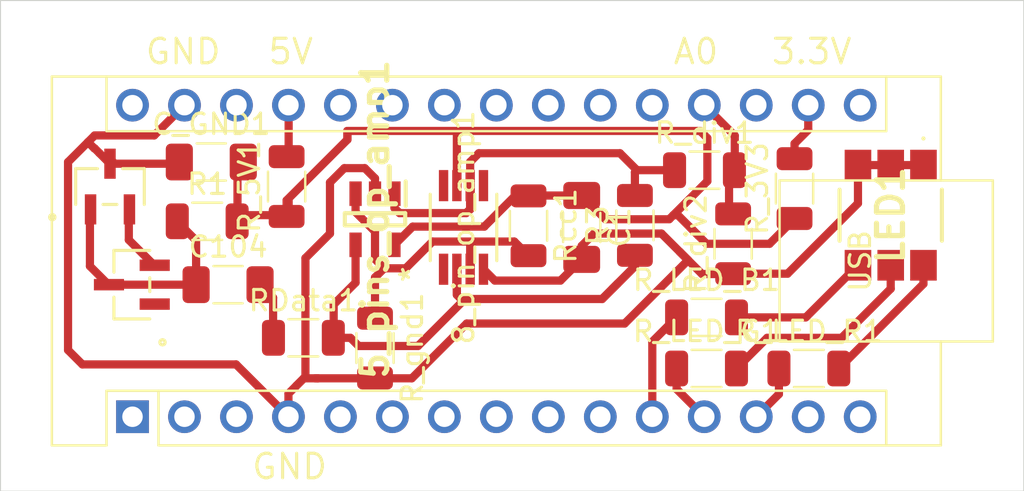
<source format=kicad_pcb>
(kicad_pcb (version 20240108) (generator "pcbnew") (generator_version "8.0")
  (layers (0 "F.Cu" signal) (31 "B.Cu" signal) (34 "B.Paste" user) (35 "F.Paste" user) (36 "B.SilkS" user "B.Silkscreen") (37 "F.SilkS" user "F.Silkscreen") (38 "B.Mask" user) (39 "F.Mask" user) (44 "Edge.Cuts" user))
  (net 0 "")
  (net 1 "Net-(Q1-C)")
  (net 3 "Net-(Q1-B)")
  (net 4 "Net-(A1-D9)")
  (net 17 "Net-(A1-D8)")
  (net 22 "Net-(A1-D10)")
  (net 26 "Net-(A1-A0)")
  (net 30 "Supply")
  (net 31 "signal")
  (net 35 "Net-(C104-Pad2)")
  (net 36 "GND")
  (net 37 "Vout")
  (net 38 "non inv")
  (net 39 "5V")
  (net 40 "3.3V")
  (net 41 "green")
  (net 42 "red")
  (net 43 "blue")
  (footprint "Capacitor_SMD:C_1206_3216Metric_Pad1.33x1.80mm_HandSolder" (layer "F.Cu") (at 37.12 63.4)
    (property "Reference" "C104" (at 0 -1.85 0) (layer "F.SilkS"))
    (property "Value" ".1uF")
    (fp_line (start -0.711252 -0.91) (end 0.711252 -0.91) (stroke (width 0.12)) (layer "F.SilkS"))
    (fp_line (start -0.711252 0.91) (end 0.711252 0.91) (stroke (width 0.12)) (layer "F.SilkS"))
    (pad "1" smd roundrect (at -1.5625 0) (size 1.325 1.8) (layers "F.Cu" "F.Paste" "F.Mask") (roundrect_rratio 0.188679) (net 1 "Net-(Q1-C)"))
    (pad "2" smd roundrect (at 1.5625 0) (size 1.325 1.8) (layers "F.Cu" "F.Paste" "F.Mask") (roundrect_rratio 0.188679) (net 35 "Net-(C104-Pad2)"))
  )
  (footprint "Resistor_SMD:R_1206_3216Metric" (layer "F.Cu") (at 57 60.5 90)
    (property "Reference" "R3" (at 0 -1.82 90) (layer "F.SilkS"))
    (property "Value" "R")
    (fp_line (start -0.727064 -0.91) (end 0.727064 -0.91) (stroke (width 0.12)) (layer "F.SilkS"))
    (fp_line (start -0.727064 0.91) (end 0.727064 0.91) (stroke (width 0.12)) (layer "F.SilkS"))
    (pad "1" smd roundrect (at -1.4625 0 90) (size 1.125 1.75) (layers "F.Cu" "F.Paste" "F.Mask") (roundrect_rratio 0.222222) (net 31 "signal"))
    (pad "2" smd roundrect (at 1.4625 0 90) (size 1.125 1.75) (layers "F.Cu" "F.Paste" "F.Mask") (roundrect_rratio 0.222222) (net 37 "Vout"))
  )
  (footprint "Capacitor_SMD:C_1206_3216Metric_Pad1.33x1.80mm_HandSolder" (layer "F.Cu") (at 54.4 60.6 -90)
    (property "Reference" "C1" (at 0 -1.85 90) (layer "F.SilkS"))
    (property "Value" ".1uF")
    (fp_line (start -0.711252 0.91) (end 0.711252 0.91) (stroke (width 0.12)) (layer "F.SilkS"))
    (fp_line (start -0.711252 -0.91) (end 0.711252 -0.91) (stroke (width 0.12)) (layer "F.SilkS"))
    (pad "1" smd roundrect (at -1.5625 0 270) (size 1.325 1.8) (layers "F.Cu" "F.Paste" "F.Mask") (roundrect_rratio 0.188679) (net 30 "Supply"))
    (pad "2" smd roundrect (at 1.5625 0 270) (size 1.325 1.8) (layers "F.Cu" "F.Paste" "F.Mask") (roundrect_rratio 0.188679) (net 36 "GND"))
  )
  (footprint "Resistor_SMD:R_1206_3216Metric" (layer "F.Cu") (at 39.98 58.6 90)
    (property "Reference" "R_5V1" (at 0 -1.82 90) (layer "F.SilkS"))
    (property "Value" "R")
    (fp_line (start -0.727064 -0.91) (end 0.727064 -0.91) (stroke (width 0.12)) (layer "F.SilkS"))
    (fp_line (start -0.727064 0.91) (end 0.727064 0.91) (stroke (width 0.12)) (layer "F.SilkS"))
    (pad "1" smd roundrect (at -1.4625 0 90) (size 1.125 1.75) (layers "F.Cu" "F.Paste" "F.Mask") (roundrect_rratio 0.222222) (net 30 "Supply"))
    (pad "2" smd roundrect (at 1.4625 0 90) (size 1.125 1.75) (layers "F.Cu" "F.Paste" "F.Mask") (roundrect_rratio 0.222222) (net 39 "5V"))
  )
  (footprint "Resistor_SMD:R_1206_3216Metric" (layer "F.Cu") (at 65.5 67.5)
    (property "Reference" "R_LED_R1" (at 0 -1.82 0) (layer "F.SilkS"))
    (property "Value" "R")
    (fp_line (start -0.727064 -0.91) (end 0.727064 -0.91) (stroke (width 0.12)) (layer "F.SilkS"))
    (fp_line (start -0.727064 0.91) (end 0.727064 0.91) (stroke (width 0.12)) (layer "F.SilkS"))
    (pad "1" smd roundrect (at -1.4625 0) (size 1.125 1.75) (layers "F.Cu" "F.Paste" "F.Mask") (roundrect_rratio 0.222222) (net 22 "Net-(A1-D10)"))
    (pad "2" smd roundrect (at 1.4625 0) (size 1.125 1.75) (layers "F.Cu" "F.Paste" "F.Mask") (roundrect_rratio 0.222222) (net 42 "red"))
  )
  (footprint "Resistor_SMD:R_1206_3216Metric" (layer "F.Cu") (at 61.8 61.4 90)
    (property "Reference" "R_div2" (at 0 -1.82 90) (layer "F.SilkS"))
    (property "Value" "R")
    (fp_line (start -0.727064 -0.91) (end 0.727064 -0.91) (stroke (width 0.12)) (layer "F.SilkS"))
    (fp_line (start -0.727064 0.91) (end 0.727064 0.91) (stroke (width 0.12)) (layer "F.SilkS"))
    (pad "1" smd roundrect (at -1.4625 0 90) (size 1.125 1.75) (layers "F.Cu" "F.Paste" "F.Mask") (roundrect_rratio 0.222222) (net 36 "GND"))
    (pad "2" smd roundrect (at 1.4625 0 90) (size 1.125 1.75) (layers "F.Cu" "F.Paste" "F.Mask") (roundrect_rratio 0.222222) (net 26 "Net-(A1-A0)"))
  )
  (footprint "Resistor_SMD:R_1206_3216Metric" (layer "F.Cu") (at 51.8 60.52 -90)
    (property "Reference" "Rcc1" (at 0 -1.82 -90) (layer "F.SilkS"))
    (property "Value" "R")
    (fp_line (start -0.727064 0.91) (end 0.727064 0.91) (stroke (width 0.12)) (layer "F.SilkS"))
    (fp_line (start -0.727064 -0.91) (end 0.727064 -0.91) (stroke (width 0.12)) (layer "F.SilkS"))
    (pad "1" smd roundrect (at -1.4625 0 270) (size 1.125 1.75) (layers "F.Cu" "F.Paste" "F.Mask") (roundrect_rratio 0.222222) (net 30 "Supply"))
    (pad "2" smd roundrect (at 1.4625 0 270) (size 1.125 1.75) (layers "F.Cu" "F.Paste" "F.Mask") (roundrect_rratio 0.222222) (net 38 "non inv"))
  )
  (footprint "op_amp_MCP6291-E/MS:MSOP8_MC_MCH" (layer "F.Cu") (at 48.625001 60.6 90)
    (property "Reference" "8_pin_op_amp1" (at 0 0 90) (layer "F.SilkS"))
    (property "Value" "MCP6L91RT-EMS")
    (fp_line (start 1.6256 -1.6256) (end -1.6256 -1.6256) (stroke (width 0.1524)) (layer "F.SilkS"))
    (fp_line (start -1.6256 1.6256) (end 1.6256 1.6256) (stroke (width 0.1524)) (layer "F.SilkS"))
    (fp_text user "*" (at -2.2987 -2.5752 -90) (layer "F.SilkS"))
    (fp_text user "*" (at -2.2987 -2.5752 90) (layer "F.SilkS"))
    (pad "1" smd rect (at -2.0447 -0.974999 90) (size 1.524 0.4572) (layers "F.Cu" "F.Paste" "F.Mask"))
    (pad "2" smd rect (at -2.0447 -0.325001 90) (size 1.524 0.4572) (layers "F.Cu" "F.Paste" "F.Mask") (net 31 "signal"))
    (pad "3" smd rect (at -2.0447 0.325001 90) (size 1.524 0.4572) (layers "F.Cu" "F.Paste" "F.Mask") (net 38 "non inv"))
    (pad "4" smd rect (at -2.0447 0.974999 90) (size 1.524 0.4572) (layers "F.Cu" "F.Paste" "F.Mask") (net 36 "GND"))
    (pad "5" smd rect (at 2.0447 0.974999 90) (size 1.524 0.4572) (layers "F.Cu" "F.Paste" "F.Mask"))
    (pad "6" smd rect (at 2.0447 0.325001 90) (size 1.524 0.4572) (layers "F.Cu" "F.Paste" "F.Mask") (net 37 "Vout"))
    (pad "7" smd rect (at 2.0447 -0.325001 90) (size 1.524 0.4572) (layers "F.Cu" "F.Paste" "F.Mask") (net 30 "Supply"))
    (pad "8" smd rect (at 2.0447 -0.974999 90) (size 1.524 0.4572) (layers "F.Cu" "F.Paste" "F.Mask"))
  )
  (footprint "Resistor_SMD:R_1206_3216Metric" (layer "F.Cu") (at 60.5 65)
    (property "Reference" "R_LED_B1" (at 0 -1.82 0) (layer "F.SilkS"))
    (property "Value" "R")
    (fp_line (start -0.727064 -0.91) (end 0.727064 -0.91) (stroke (width 0.12)) (layer "F.SilkS"))
    (fp_line (start -0.727064 0.91) (end 0.727064 0.91) (stroke (width 0.12)) (layer "F.SilkS"))
    (pad "1" smd roundrect (at -1.4625 0) (size 1.125 1.75) (layers "F.Cu" "F.Paste" "F.Mask") (roundrect_rratio 0.222222) (net 17 "Net-(A1-D8)"))
    (pad "2" smd roundrect (at 1.4625 0) (size 1.125 1.75) (layers "F.Cu" "F.Paste" "F.Mask") (roundrect_rratio 0.222222) (net 43 "blue"))
  )
  (footprint "Resistor_SMD:R_1206_3216Metric" (layer "F.Cu") (at 64.8 58.7 90)
    (property "Reference" "R_3V3" (at 0 -1.82 90) (layer "F.SilkS"))
    (property "Value" "R")
    (fp_line (start -0.727064 -0.91) (end 0.727064 -0.91) (stroke (width 0.12)) (layer "F.SilkS"))
    (fp_line (start -0.727064 0.91) (end 0.727064 0.91) (stroke (width 0.12)) (layer "F.SilkS"))
    (pad "1" smd roundrect (at -1.4625 0 90) (size 1.125 1.75) (layers "F.Cu" "F.Paste" "F.Mask") (roundrect_rratio 0.222222) (net 30 "Supply"))
    (pad "2" smd roundrect (at 1.4625 0 90) (size 1.125 1.75) (layers "F.Cu" "F.Paste" "F.Mask") (roundrect_rratio 0.222222) (net 40 "3.3V"))
  )
  (footprint "Capacitor_SMD:C_1206_3216Metric_Pad1.33x1.80mm_HandSolder" (layer "F.Cu") (at 36.3 57.4)
    (property "Reference" "C_GND1" (at 0 -1.85 0) (layer "F.SilkS"))
    (property "Value" ".1uF")
    (fp_line (start -0.711252 -0.91) (end 0.711252 -0.91) (stroke (width 0.12)) (layer "F.SilkS"))
    (fp_line (start -0.711252 0.91) (end 0.711252 0.91) (stroke (width 0.12)) (layer "F.SilkS"))
    (pad "1" smd roundrect (at -1.5625 0) (size 1.325 1.8) (layers "F.Cu" "F.Paste" "F.Mask") (roundrect_rratio 0.188679) (net 36 "GND"))
    (pad "2" smd roundrect (at 1.5625 0) (size 1.325 1.8) (layers "F.Cu" "F.Paste" "F.Mask") (roundrect_rratio 0.188679) (net 30 "Supply"))
  )
  (footprint "Resistor_SMD:R_1206_3216Metric" (layer "F.Cu") (at 44.3 66.5 -90)
    (property "Reference" "R_gnd1" (at 0 -1.82 -90) (layer "F.SilkS"))
    (property "Value" "R")
    (fp_line (start -0.727064 0.91) (end 0.727064 0.91) (stroke (width 0.12)) (layer "F.SilkS"))
    (fp_line (start -0.727064 -0.91) (end 0.727064 -0.91) (stroke (width 0.12)) (layer "F.SilkS"))
    (pad "1" smd roundrect (at -1.4625 0 270) (size 1.125 1.75) (layers "F.Cu" "F.Paste" "F.Mask") (roundrect_rratio 0.222222) (net 38 "non inv"))
    (pad "2" smd roundrect (at 1.4625 0 270) (size 1.125 1.75) (layers "F.Cu" "F.Paste" "F.Mask") (roundrect_rratio 0.222222) (net 36 "GND"))
  )
  (footprint "Resistor_SMD:R_1206_3216Metric" (layer "F.Cu") (at 60.5 67.5)
    (property "Reference" "R_LED_G1" (at 0 -1.82 0) (layer "F.SilkS"))
    (property "Value" "R")
    (fp_line (start -0.727064 -0.91) (end 0.727064 -0.91) (stroke (width 0.12)) (layer "F.SilkS"))
    (fp_line (start -0.727064 0.91) (end 0.727064 0.91) (stroke (width 0.12)) (layer "F.SilkS"))
    (pad "1" smd roundrect (at -1.4625 0) (size 1.125 1.75) (layers "F.Cu" "F.Paste" "F.Mask") (roundrect_rratio 0.222222) (net 4 "Net-(A1-D9)"))
    (pad "2" smd roundrect (at 1.4625 0) (size 1.125 1.75) (layers "F.Cu" "F.Paste" "F.Mask") (roundrect_rratio 0.222222) (net 41 "green"))
  )
  (footprint "Resistor_SMD:R_1206_3216Metric" (layer "F.Cu") (at 36.1 60.3)
    (property "Reference" "R1" (at 0 -1.82 0) (layer "F.SilkS"))
    (property "Value" "R")
    (fp_line (start -0.727064 -0.91) (end 0.727064 -0.91) (stroke (width 0.12)) (layer "F.SilkS"))
    (fp_line (start -0.727064 0.91) (end 0.727064 0.91) (stroke (width 0.12)) (layer "F.SilkS"))
    (pad "1" smd roundrect (at -1.4625 0) (size 1.125 1.75) (layers "F.Cu" "F.Paste" "F.Mask") (roundrect_rratio 0.222222) (net 1 "Net-(Q1-C)"))
    (pad "2" smd roundrect (at 1.4625 0) (size 1.125 1.75) (layers "F.Cu" "F.Paste" "F.Mask") (roundrect_rratio 0.222222) (net 30 "Supply"))
  )
  (footprint "op_amp_MCP6291T-E/OT:SOT95P280X145-5N" (layer "F.Cu") (at 44.3 60.2 -90)
    (property "Reference" "5_pins_op_amp1" (at 0 0 90) (layer "F.SilkS") (effects (font (size 1.27 1.27) (thickness 0.254))))
    (property "Value" "MCP6291T-E_OT" (hide yes))
    (fp_line (start -0.3 1.475) (end -0.3 -1.475) (stroke (width 0.2)) (layer "F.SilkS"))
    (fp_line (start 0.3 1.475) (end -0.3 1.475) (stroke (width 0.2)) (layer "F.SilkS"))
    (fp_line (start -0.3 -1.475) (end 0.3 -1.475) (stroke (width 0.2)) (layer "F.SilkS"))
    (fp_line (start 0.3 -1.475) (end 0.3 1.475) (stroke (width 0.2)) (layer "F.SilkS"))
    (fp_line (start -1.85 -1.5) (end -0.65 -1.5) (stroke (width 0.2)) (layer "F.SilkS"))
    (pad "1" smd rect (at -1.25 -0.95) (size 0.6 1.2) (layers "F.Cu" "F.Paste" "F.Mask") (net 37 "Vout"))
    (pad "2" smd rect (at -1.25 0) (size 0.6 1.2) (layers "F.Cu" "F.Paste" "F.Mask") (net 36 "GND"))
    (pad "3" smd rect (at -1.25 0.95) (size 0.6 1.2) (layers "F.Cu" "F.Paste" "F.Mask") (net 38 "non inv"))
    (pad "4" smd rect (at 1.25 0.95) (size 0.6 1.2) (layers "F.Cu" "F.Paste" "F.Mask") (net 31 "signal"))
    (pad "5" smd rect (at 1.25 -0.95) (size 0.6 1.2) (layers "F.Cu" "F.Paste" "F.Mask") (net 30 "Supply"))
  )
  (footprint "Resistor_SMD:R_1206_3216Metric" (layer "F.Cu") (at 40.8 66)
    (property "Reference" "RData1" (at 0 -1.82 0) (layer "F.SilkS"))
    (property "Value" "R")
    (fp_line (start -0.727064 -0.91) (end 0.727064 -0.91) (stroke (width 0.12)) (layer "F.SilkS"))
    (fp_line (start -0.727064 0.91) (end 0.727064 0.91) (stroke (width 0.12)) (layer "F.SilkS"))
    (pad "1" smd roundrect (at -1.4625 0) (size 1.125 1.75) (layers "F.Cu" "F.Paste" "F.Mask") (roundrect_rratio 0.222222) (net 35 "Net-(C104-Pad2)"))
    (pad "2" smd roundrect (at 1.4625 0) (size 1.125 1.75) (layers "F.Cu" "F.Paste" "F.Mask") (roundrect_rratio 0.222222) (net 31 "signal"))
  )
  (footprint "2SC3356:SOT-23_MINIMOLD_REN" (layer "F.Cu") (at 31.349999 58.6)
    (property "Reference" "Q3" (hide yes))
    (property "Value" "2SC3356" (hide yes))
    (fp_line (start -1.6764 -0.8763) (end -1.6764 0.8763) (stroke (width 0.1524)) (layer "F.SilkS"))
    (fp_line (start -0.61214 -0.8763) (end -1.6764 -0.8763) (stroke (width 0.1524)) (layer "F.SilkS"))
    (fp_line (start -0.337861 0.8763) (end 0.337861 0.8763) (stroke (width 0.1524)) (layer "F.SilkS"))
    (fp_line (start 1.6764 -0.8763) (end 0.61214 -0.8763) (stroke (width 0.1524)) (layer "F.SilkS"))
    (fp_line (start 1.6764 0.8763) (end 1.6764 -0.8763) (stroke (width 0.1524)) (layer "F.SilkS"))
    (fp_circle (center -2.8194 1.4986) (end -2.6924 1.4986) (stroke (width 0.1524)) (fill none) (layer "F.SilkS"))
    (pad "1" smd rect (at -0.950001 1.1176) (size 0.5588 1.4732) (layers "F.Cu" "F.Paste" "F.Mask") (net 1 "Net-(Q1-C)"))
    (pad "2" smd rect (at 0.950001 1.1176) (size 0.5588 1.4732) (layers "F.Cu" "F.Paste" "F.Mask") (net 3 "Net-(Q1-B)"))
    (pad "3" smd rect (at 0 -1.1176) (size 0.5588 1.4732) (layers "F.Cu" "F.Paste" "F.Mask") (net 36 "GND"))
  )
  (footprint "Module:Arduino_Nano" (layer "F.Cu") (at 32.45 69.86 90)
    (property "Reference" "A1" (hide yes))
    (property "Value" "Arduino_Nano_Every" (hide yes))
    (fp_line (start 16.64 -3.94) (end -1.4 -3.94) (stroke (width 0.12)) (layer "F.SilkS"))
    (fp_line (start -1.4 -3.94) (end -1.4 -1.27) (stroke (width 0.12)) (layer "F.SilkS"))
    (fp_line (start 13.97 -1.27) (end 16.64 -1.27) (stroke (width 0.12)) (layer "F.SilkS"))
    (fp_line (start 13.97 -1.27) (end 13.97 36.83) (stroke (width 0.12)) (layer "F.SilkS"))
    (fp_line (start 1.27 -1.27) (end -1.4 -1.27) (stroke (width 0.12)) (layer "F.SilkS"))
    (fp_line (start 1.27 1.27) (end 1.27 -1.27) (stroke (width 0.12)) (layer "F.SilkS"))
    (fp_line (start 1.27 1.27) (end -1.4 1.27) (stroke (width 0.12)) (layer "F.SilkS"))
    (fp_line (start 1.27 1.27) (end 1.27 36.83) (stroke (width 0.12)) (layer "F.SilkS"))
    (fp_line (start -1.4 1.27) (end -1.4 39.5) (stroke (width 0.12)) (layer "F.SilkS"))
    (fp_line (start 11.56 31.62) (end 11.56 42.04) (stroke (width 0.12)) (layer "F.SilkS"))
    (fp_line (start 3.68 31.62) (end 11.56 31.62) (stroke (width 0.12)) (layer "F.SilkS"))
    (fp_line (start 13.97 36.83) (end 16.64 36.83) (stroke (width 0.12)) (layer "F.SilkS"))
    (fp_line (start 1.27 36.83) (end -1.4 36.83) (stroke (width 0.12)) (layer "F.SilkS"))
    (fp_line (start 16.64 39.5) (end 16.64 -3.94) (stroke (width 0.12)) (layer "F.SilkS"))
    (fp_line (start 16.64 39.5) (end 11.56 39.5) (stroke (width 0.12)) (layer "F.SilkS"))
    (fp_line (start -1.4 39.5) (end 3.68 39.5) (stroke (width 0.12)) (layer "F.SilkS"))
    (fp_line (start 11.56 42.04) (end 3.68 42.04) (stroke (width 0.12)) (layer "F.SilkS"))
    (fp_line (start 3.68 42.04) (end 3.68 31.62) (stroke (width 0.12)) (layer "F.SilkS"))
    (fp_text user "USB" (at 7.62 35.56 90) (layer "F.SilkS"))
    (pad "1" thru_hole rect (at 0 0 90) (size 1.6 1.6) (drill 1) (layers "*.Cu" "*.Mask"))
    (pad "2" thru_hole oval (at 0 2.54 90) (size 1.6 1.6) (drill 1) (layers "*.Cu" "*.Mask"))
    (pad "3" thru_hole oval (at 0 5.08 90) (size 1.6 1.6) (drill 1) (layers "*.Cu" "*.Mask"))
    (pad "4" thru_hole oval (at 0 7.62 90) (size 1.6 1.6) (drill 1) (layers "*.Cu" "*.Mask") (net 36 "GND"))
    (pad "5" thru_hole oval (at 0 10.16 90) (size 1.6 1.6) (drill 1) (layers "*.Cu" "*.Mask"))
    (pad "6" thru_hole oval (at 0 12.7 90) (size 1.6 1.6) (drill 1) (layers "*.Cu" "*.Mask"))
    (pad "7" thru_hole oval (at 0 15.24 90) (size 1.6 1.6) (drill 1) (layers "*.Cu" "*.Mask"))
    (pad "8" thru_hole oval (at 0 17.78 90) (size 1.6 1.6) (drill 1) (layers "*.Cu" "*.Mask"))
    (pad "9" thru_hole oval (at 0 20.32 90) (size 1.6 1.6) (drill 1) (layers "*.Cu" "*.Mask"))
    (pad "10" thru_hole oval (at 0 22.86 90) (size 1.6 1.6) (drill 1) (layers "*.Cu" "*.Mask"))
    (pad "11" thru_hole oval (at 0 25.4 90) (size 1.6 1.6) (drill 1) (layers "*.Cu" "*.Mask") (net 17 "Net-(A1-D8)"))
    (pad "12" thru_hole oval (at 0 27.94 90) (size 1.6 1.6) (drill 1) (layers "*.Cu" "*.Mask") (net 4 "Net-(A1-D9)"))
    (pad "13" thru_hole oval (at 0 30.48 90) (size 1.6 1.6) (drill 1) (layers "*.Cu" "*.Mask") (net 22 "Net-(A1-D10)"))
    (pad "14" thru_hole oval (at 0 33.02 90) (size 1.6 1.6) (drill 1) (layers "*.Cu" "*.Mask"))
    (pad "15" thru_hole oval (at 0 35.56 90) (size 1.6 1.6) (drill 1) (layers "*.Cu" "*.Mask"))
    (pad "16" thru_hole oval (at 15.24 35.56 90) (size 1.6 1.6) (drill 1) (layers "*.Cu" "*.Mask"))
    (pad "17" thru_hole oval (at 15.24 33.02 90) (size 1.6 1.6) (drill 1) (layers "*.Cu" "*.Mask") (net 40 "3.3V"))
    (pad "18" thru_hole oval (at 15.24 30.48 90) (size 1.6 1.6) (drill 1) (layers "*.Cu" "*.Mask"))
    (pad "19" thru_hole oval (at 15.24 27.94 90) (size 1.6 1.6) (drill 1) (layers "*.Cu" "*.Mask") (net 26 "Net-(A1-A0)"))
    (pad "20" thru_hole oval (at 15.24 25.4 90) (size 1.6 1.6) (drill 1) (layers "*.Cu" "*.Mask"))
    (pad "21" thru_hole oval (at 15.24 22.86 90) (size 1.6 1.6) (drill 1) (layers "*.Cu" "*.Mask"))
    (pad "22" thru_hole oval (at 15.24 20.32 90) (size 1.6 1.6) (drill 1) (layers "*.Cu" "*.Mask"))
    (pad "23" thru_hole oval (at 15.24 17.78 90) (size 1.6 1.6) (drill 1) (layers "*.Cu" "*.Mask"))
    (pad "24" thru_hole oval (at 15.24 15.24 90) (size 1.6 1.6) (drill 1) (layers "*.Cu" "*.Mask"))
    (pad "25" thru_hole oval (at 15.24 12.7 90) (size 1.6 1.6) (drill 1) (layers "*.Cu" "*.Mask"))
    (pad "26" thru_hole oval (at 15.24 10.16 90) (size 1.6 1.6) (drill 1) (layers "*.Cu" "*.Mask"))
    (pad "27" thru_hole oval (at 15.24 7.62 90) (size 1.6 1.6) (drill 1) (layers "*.Cu" "*.Mask") (net 39 "5V"))
    (pad "28" thru_hole oval (at 15.24 5.08 90) (size 1.6 1.6) (drill 1) (layers "*.Cu" "*.Mask"))
    (pad "29" thru_hole oval (at 15.24 2.54 90) (size 1.6 1.6) (drill 1) (layers "*.Cu" "*.Mask") (net 36 "GND"))
    (pad "30" thru_hole oval (at 15.24 0 90) (size 1.6 1.6) (drill 1) (layers "*.Cu" "*.Mask"))
  )
  (footprint "2SC3356:SOT-23_MINIMOLD_REN" (layer "F.Cu") (at 32.4176 63.4 90)
    (property "Reference" "Q1" (hide yes))
    (property "Value" "2SC3356" (hide yes))
    (fp_line (start 1.6764 -0.8763) (end 0.61214 -0.8763) (stroke (width 0.1524)) (layer "F.SilkS"))
    (fp_line (start -0.61214 -0.8763) (end -1.6764 -0.8763) (stroke (width 0.1524)) (layer "F.SilkS"))
    (fp_line (start -1.6764 -0.8763) (end -1.6764 0.8763) (stroke (width 0.1524)) (layer "F.SilkS"))
    (fp_line (start 1.6764 0.8763) (end 1.6764 -0.8763) (stroke (width 0.1524)) (layer "F.SilkS"))
    (fp_line (start -0.337861 0.8763) (end 0.337861 0.8763) (stroke (width 0.1524)) (layer "F.SilkS"))
    (fp_circle (center -2.8194 1.4986) (end -2.6924 1.4986) (stroke (width 0.1524)) (fill none) (layer "F.SilkS"))
    (pad "1" smd rect (at -0.950001 1.1176 90) (size 0.5588 1.4732) (layers "F.Cu" "F.Paste" "F.Mask"))
    (pad "2" smd rect (at 0.950001 1.1176 90) (size 0.5588 1.4732) (layers "F.Cu" "F.Paste" "F.Mask") (net 3 "Net-(Q1-B)"))
    (pad "3" smd rect (at 0 -1.1176 90) (size 0.5588 1.4732) (layers "F.Cu" "F.Paste" "F.Mask") (net 1 "Net-(Q1-C)"))
  )
  (footprint "Resistor_SMD:R_1206_3216Metric" (layer "F.Cu") (at 60.4 57.8)
    (property "Reference" "R_div1" (at 0 -1.82 0) (layer "F.SilkS"))
    (property "Value" "R")
    (fp_line (start -0.727064 -0.91) (end 0.727064 -0.91) (stroke (width 0.12)) (layer "F.SilkS"))
    (fp_line (start -0.727064 0.91) (end 0.727064 0.91) (stroke (width 0.12)) (layer "F.SilkS"))
    (pad "1" smd roundrect (at -1.4625 0) (size 1.125 1.75) (layers "F.Cu" "F.Paste" "F.Mask") (roundrect_rratio 0.222222) (net 37 "Vout"))
    (pad "2" smd roundrect (at 1.4625 0) (size 1.125 1.75) (layers "F.Cu" "F.Paste" "F.Mask") (roundrect_rratio 0.222222) (net 26 "Net-(A1-A0)"))
  )
  (footprint "MP008253:MP008253" (layer "F.Cu") (at 69.5 60 -90)
    (property "Reference" "LED1" (at 0 0 90) (layer "F.SilkS") (effects (font (size 1.27 1.27) (thickness 0.254))))
    (property "Value" "MP008253" (hide yes))
    (fp_line (start -1.25 2.5) (end 1.25 2.5) (stroke (width 0.2)) (layer "F.SilkS"))
    (fp_line (start -3.8 -1.6) (end -3.8 -1.6) (stroke (width 0.1)) (layer "F.SilkS"))
    (fp_line (start -3.7 -1.6) (end -3.7 -1.6) (stroke (width 0.1)) (layer "F.SilkS"))
    (fp_line (start -1.25 -2.5) (end 1.25 -2.5) (stroke (width 0.2)) (layer "F.SilkS"))
    (fp_arc (start -3.8 -1.6) (mid -3.75 -1.65) (end -3.7 -1.6) (stroke (width 0.1)) (layer "F.SilkS"))
    (fp_arc (start -3.7 -1.6) (mid -3.75 -1.55) (end -3.8 -1.6) (stroke (width 0.1)) (layer "F.SilkS"))
    (pad "1" smd rect (at -2.45 -1.6) (size 1.3 1.5) (layers "F.Cu" "F.Paste" "F.Mask") (net 36 "GND"))
    (pad "2" smd rect (at 2.45 -1.6) (size 1.3 1.5) (layers "F.Cu" "F.Paste" "F.Mask") (net 42 "red"))
    (pad "3" smd rect (at -2.45 0) (size 1.3 1.5) (layers "F.Cu" "F.Paste" "F.Mask") (net 36 "GND"))
    (pad "4" smd rect (at 2.45 0) (size 1.3 1.5) (layers "F.Cu" "F.Paste" "F.Mask") (net 41 "green"))
    (pad "5" smd rect (at -2.45 1.6) (size 1.3 1.5) (layers "F.Cu" "F.Paste" "F.Mask") (net 36 "GND"))
    (pad "6" smd rect (at 2.45 1.6) (size 1.3 1.5) (layers "F.Cu" "F.Paste" "F.Mask") (net 43 "blue"))
  )
  (gr_rect (start 26 49.5) (end 76 73.5) (stroke (width 0.05)) (fill none) (layer "Edge.Cuts"))
  (gr_text "5V" (at 39 52.7 0) (layer "F.SilkS") (effects (font (size 1.2 1.2)) (justify left bottom)))
  (gr_text "3.3V" (at 63.6 52.7 0) (layer "F.SilkS") (effects (font (size 1.2 1.2)) (justify left bottom)))
  (gr_text "GND" (at 33 52.7 0) (layer "F.SilkS") (effects (font (size 1.2 1.2)) (justify left bottom)))
  (gr_text "A0" (at 58.8 52.7 0) (layer "F.SilkS") (effects (font (size 1.2 1.2)) (justify left bottom)))
  (gr_text "GND" (at 38.2 73 0) (layer "F.SilkS") (effects (font (size 1.2 1.2)) (justify left bottom)))
  (segment (start 30.369999 62.496099) (end 31.2024 63.3285) (width 0.4) (layer "F.Cu") (net 1))
  (segment (start 30.369999 59.8176) (end 30.369999 62.496099) (width 0.4) (layer "F.Cu") (net 1))
  (segment (start 31.2739 63.4) (end 31.2024 63.3285) (width 0.4) (layer "F.Cu") (net 1))
  (segment (start 34.62 60.3) (end 35.5575 61.2375) (width 0.4) (layer "F.Cu") (net 1))
  (segment (start 35.5575 63.4) (end 31.2739 63.4) (width 0.4) (layer "F.Cu") (net 1))
  (segment (start 35.5575 61.2375) (end 35.5575 63.4) (width 0.4) (layer "F.Cu") (net 1))
  (segment (start 32.270001 61.2109) (end 33.4376 62.378499) (width 0.4) (layer "F.Cu") (net 3))
  (segment (start 32.270001 59.8176) (end 32.270001 61.2109) (width 0.4) (layer "F.Cu") (net 3))
  (segment (start 59.0375 68.5075) (end 60.39 69.86) (width 0.4) (layer "F.Cu") (net 4))
  (segment (start 59.0375 67.5) (end 59.0375 68.5075) (width 0.4) (layer "F.Cu") (net 4))
  (segment (start 59.0375 65) (end 57.85 66.1875) (width 0.4) (layer "F.Cu") (net 17))
  (segment (start 57.85 66.1875) (end 57.85 69.86) (width 0.4) (layer "F.Cu") (net 17))
  (segment (start 64.0375 68.7525) (end 62.93 69.86) (width 0.4) (layer "F.Cu") (net 22))
  (segment (start 64.0375 67.5) (end 64.0375 68.7525) (width 0.4) (layer "F.Cu") (net 22))
  (segment (start 61.6 59.92) (end 61.6 58.08) (width 0.4) (layer "F.Cu") (net 26))
  (segment (start 61.88 56.11) (end 60.39 54.62) (width 0.4) (layer "F.Cu") (net 26))
  (segment (start 61.88 57.8) (end 61.88 56.11) (width 0.4) (layer "F.Cu") (net 26))
  (segment (start 61.6 58.08) (end 61.88 57.8) (width 0.4) (layer "F.Cu") (net 26))
  (segment (start 46.14 60.56) (end 49.64 60.56) (width 0.4) (layer "F.Cu") (net 30))
  (segment (start 54.4 59.0375) (end 55.5625 60.2) (width 0.4) (layer "F.Cu") (net 30))
  (segment (start 48.31 55.88) (end 60.19 55.88) (width 0.4) (layer "F.Cu") (net 30))
  (segment (start 63.58 61.4) (end 64.8 60.18) (width 0.4) (layer "F.Cu") (net 30))
  (segment (start 60.5 61.4) (end 63.58 61.4) (width 0.4) (layer "F.Cu") (net 30))
  (segment (start 55.0625 59.0375) (end 54.4 59.0375) (width 0.4) (layer "F.Cu") (net 30))
  (segment (start 37.58 60.3) (end 37.58 57.6825) (width 0.4) (layer "F.Cu") (net 30))
  (segment (start 48.3 58.5553) (end 48.3 55.89) (width 0.4) (layer "F.Cu") (net 30))
  (segment (start 42.9464 55.88) (end 48.31 55.88) (width 0.4) (layer "F.Cu") (net 30))
  (segment (start 42.9564 55.89) (end 42.9564 56.3) (width 0.4) (layer "F.Cu") (net 30))
  (segment (start 60.54 56.23) (end 60.54 58.3364) (width 0.4) (layer "F.Cu") (net 30))
  (segment (start 40 60) (end 37.88 60) (width 0.4) (layer "F.Cu") (net 30))
  (segment (start 60.1 61) (end 59.1 60) (width 0.4) (layer "F.Cu") (net 30))
  (segment (start 45.25 61.45) (end 46.14 60.56) (width 0.4) (layer "F.Cu") (net 30))
  (segment (start 59.1 60) (end 58.8764 60) (width 0.4) (layer "F.Cu") (net 30))
  (segment (start 51.8 59.04) (end 54.3975 59.04) (width 0.4) (layer "F.Cu") (net 30))
  (segment (start 54.3975 59.04) (end 54.4 59.0375) (width 0.4) (layer "F.Cu") (net 30))
  (segment (start 39.98 59.2764) (end 42.9464 56.31) (width 0.4) (layer "F.Cu") (net 30))
  (segment (start 42.9464 55.88) (end 42.9564 55.89) (width 0.4) (layer "F.Cu") (net 30))
  (segment (start 48.3 55.89) (end 48.31 55.88) (width 0.4) (layer "F.Cu") (net 30))
  (segment (start 51.1625 59.0375) (end 49.645 60.555) (width 0.4) (layer "F.Cu") (net 30))
  (segment (start 39.98 59.7) (end 39.98 59.2764) (width 0.4) (layer "F.Cu") (net 30))
  (segment (start 40.08 59.3) (end 40.08 60.08) (width 0.4) (layer "F.Cu") (net 30))
  (segment (start 54.4 59.0375) (end 53.7625 59.0375) (width 0.4) (layer "F.Cu") (net 30))
  (segment (start 37.58 57.6825) (end 37.8625 57.4) (width 0.4) (layer "F.Cu") (net 30))
  (segment (start 60.19 55.88) (end 60.54 56.23) (width 0.4) (layer "F.Cu") (net 30))
  (segment (start 59.7 60.6) (end 60.1 61) (width 0.4) (layer "F.Cu") (net 30))
  (segment (start 40.08 60.08) (end 40 60) (width 0.4) (layer "F.Cu") (net 30))
  (segment (start 58.6764 60.2) (end 58.8764 60) (width 0.4) (layer "F.Cu") (net 30))
  (segment (start 49.64 60.56) (end 49.645 60.555) (width 0.4) (layer "F.Cu") (net 30))
  (segment (start 60.54 58.3364) (end 58.8764 60) (width 0.4) (layer "F.Cu") (net 30))
  (segment (start 42.9464 56.31) (end 42.9464 55.88) (width 0.4) (layer "F.Cu") (net 30))
  (segment (start 55.5625 60.2) (end 58.6764 60.2) (width 0.4) (layer "F.Cu") (net 30))
  (segment (start 60.1 61) (end 60.5 61.4) (width 0.4) (layer "F.Cu") (net 30))
  (segment (start 37.88 60) (end 37.58 60.3) (width 0.4) (layer "F.Cu") (net 30))
  (segment (start 48.6 64.2) (end 46.4 66.4) (width 0.4) (layer "F.Cu") (net 31))
  (segment (start 48.3 63.9) (end 48.6 64.2) (width 0.4) (layer "F.Cu") (net 31))
  (segment (start 57 62.5) (end 55.4 64.1) (width 0.4) (layer "F.Cu") (net 31))
  (segment (start 48.3 62.6447) (end 48.3 63.9) (width 0.4) (layer "F.Cu") (net 31))
  (segment (start 46.4 66.4) (end 43.5 66.4) (width 0.4) (layer "F.Cu") (net 31))
  (segment (start 43.35 63.3) (end 43.35 61.45) (width 0.4) (layer "F.Cu") (net 31))
  (segment (start 55.4 64.1) (end 48.5 64.1) (width 0.4) (layer "F.Cu") (net 31))
  (segment (start 56.15 63.35) (end 55.9 63.6) (width 0.4) (layer "F.Cu") (net 31))
  (segment (start 48.5 64.1) (end 48.6 64.2) (width 0.4) (layer "F.Cu") (net 31))
  (segment (start 43.1 66) (end 42.28 66) (width 0.4) (layer "F.Cu") (net 31))
  (segment (start 42.28 64.37) (end 43.35 63.3) (width 0.4) (layer "F.Cu") (net 31))
  (segment (start 56.9 62.6) (end 56.15 63.35) (width 0.4) (layer "F.Cu") (net 31))
  (segment (start 42.28 66) (end 42.28 64.37) (width 0.4) (layer "F.Cu") (net 31))
  (segment (start 56.15 63.35) (end 55.4 64.1) (width 0.4) (layer "F.Cu") (net 31))
  (segment (start 48.3 62.6447) (end 48.3 63.8067) (width 0.4) (layer "F.Cu") (net 31))
  (segment (start 43.5 66.4) (end 43.1 66) (width 0.4) (layer "F.Cu") (net 31))
  (segment (start 57 61.98) (end 57 62.5) (width 0.4) (layer "F.Cu") (net 31))
  (segment (start 39.32 64.0375) (end 38.6825 63.4) (width 0.4) (layer "F.Cu") (net 35))
  (segment (start 39.32 66) (end 39.32 64.0375) (width 0.4) (layer "F.Cu") (net 35))
  (segment (start 40.07 68.73) (end 40.45 68.35) (width 0.4) (layer "F.Cu") (net 36))
  (segment (start 40.07 69.86) (end 40.07 68.73) (width 0.4) (layer "F.Cu") (net 36))
  (segment (start 50.1553 63.2) (end 53.3625 63.2) (width 0.4) (layer "F.Cu") (net 36))
  (segment (start 59.595 62.205) (end 56.5 65.3) (width 0.4) (layer "F.Cu") (net 36))
  (segment (start 49.6 62.6447) (end 50.1553 63.2) (width 0.4) (layer "F.Cu") (net 36))
  (segment (start 69.5 57.55) (end 71.1 57.55) (width 0.4) (layer "F.Cu") (net 36))
  (segment (start 42.1 58.4) (end 42.1 60.9) (width 0.4) (layer "F.Cu") (net 36))
  (segment (start 67.9 59.4218) (end 64.4593 62.8625) (width 0.4) (layer "F.Cu") (net 36))
  (segment (start 59.2 61.8) (end 60.28 62.88) (width 0.4) (layer "F.Cu") (net 36))
  (segment (start 54.4 62.1625) (end 54.4 61.5) (width 0.4) (layer "F.Cu") (net 36))
  (segment (start 40.82 67.98) (end 40.45 68.35) (width 0.4) (layer "F.Cu") (net 36))
  (segment (start 41.5 67.98) (end 40.82 67.98) (width 0.4) (layer "F.Cu") (net 36))
  (segment (start 58.3 60.9) (end 59.2 61.8) (width 0.4) (layer "F.Cu") (net 36))
  (segment (start 29.3 66.6) (end 30 67.3) (width 0.4) (layer "F.Cu") (net 36))
  (segment (start 40.9 67.9) (end 40.82 67.98) (width 0.4) (layer "F.Cu") (net 36))
  (segment (start 30.6 56.1) (end 30.275 56.425) (width 0.4) (layer "F.Cu") (net 36))
  (segment (start 37.51 67.3) (end 40.07 69.86) (width 0.4) (layer "F.Cu") (net 36))
  (segment (start 53.3625 63.2) (end 54.4 62.1625) (width 0.4) (layer "F.Cu") (net 36))
  (segment (start 30.275 56.425) (end 29.3 57.4) (width 0.4) (layer "F.Cu") (net 36))
  (segment (start 60.28 62.88) (end 61.8 62.88) (width 0.4) (layer "F.Cu") (net 36))
  (segment (start 31.5024 57.4) (end 31.32 57.5824) (width 0.4) (layer "F.Cu") (net 36))
  (segment (start 30.6 56.732401) (end 30.833799 56.966201) (width 0.4) (layer "F.Cu") (net 36))
  (segment (start 59.2 61.8) (end 59.595 62.195) (width 0.4) (layer "F.Cu") (net 36))
  (segment (start 30.6 56.732401) (end 30.582401 56.732401) (width 0.4) (layer "F.Cu") (net 36))
  (segment (start 40.45 68.35) (end 40.8 68) (width 0.4) (layer "F.Cu") (net 36))
  (segment (start 44.3 58.2) (end 43.8 57.7) (width 0.4) (layer "F.Cu") (net 36))
  (segment (start 42.8 57.7) (end 42.1 58.4) (width 0.4) (layer "F.Cu") (net 36))
  (segment (start 29.3 57.4) (end 29.3 66.6) (width 0.4) (layer "F.Cu") (net 36))
  (segment (start 30.833799 56.966201) (end 31.349999 57.4824) (width 0.4) (layer "F.Cu") (net 36))
  (segment (start 43.8 57.7) (end 42.8 57.7) (width 0.4) (layer "F.Cu") (net 36))
  (segment (start 30 67.3) (end 37.51 67.3) (width 0.4) (layer "F.Cu") (net 36))
  (segment (start 34.99 54.62) (end 33.51 56.1) (width 0.4) (layer "F.Cu") (net 36))
  (segment (start 67.9 57.55) (end 67.9 59.4218) (width 0.4) (layer "F.Cu") (net 36))
  (segment (start 54.4 61.5) (end 55 60.9) (width 0.4) (layer "F.Cu") (net 36))
  (segment (start 41.5 67.98) (end 41.38 67.98) (width 0.4) (layer "F.Cu") (net 36))
  (segment (start 56.5 65.3) (end 48.78 65.3) (width 0.4) (layer "F.Cu") (net 36))
  (segment (start 34.6551 57.4824) (end 34.7375 57.4) (width 0.4) (layer "F.Cu") (net 36))
  (segment (start 30.582401 56.732401) (end 30.275 56.425) (width 0.4) (layer "F.Cu") (net 36))
  (segment (start 59.595 62.195) (end 59.595 62.205) (width 0.4) (layer "F.Cu") (net 36))
  (segment (start 31.349999 57.4824) (end 34.6551 57.4824) (width 0.4) (layer "F.Cu") (net 36))
  (segment (start 44.3 58.95) (end 44.3 58.2) (width 0.4) (layer "F.Cu") (net 36))
  (segment (start 46.1 67.98) (end 41.5 67.98) (width 0.4) (layer "F.Cu") (net 36))
  (segment (start 64.4593 62.8625) (end 61.8 62.8625) (width 0.4) (layer "F.Cu") (net 36))
  (segment (start 42.1 60.9) (end 40.9 62.1) (width 0.4) (layer "F.Cu") (net 36))
  (segment (start 33.51 56.1) (end 30.6 56.1) (width 0.4) (layer "F.Cu") (net 36))
  (segment (start 55 60.9) (end 58.3 60.9) (width 0.4) (layer "F.Cu") (net 36))
  (segment (start 69.5 57.55) (end 67.9 57.55) (width 0.4) (layer "F.Cu") (net 36))
  (segment (start 48.78 65.3) (end 46.1 67.98) (width 0.4) (layer "F.Cu") (net 36))
  (segment (start 40.9 62.1) (end 40.9 67.9) (width 0.4) (layer "F.Cu") (net 36))
  (segment (start 48.950002 59.4) (end 48.950002 59.7173) (width 0.4) (layer "F.Cu") (net 37))
  (segment (start 45.25 59.65) (end 45.5 59.9) (width 0.4) (layer "F.Cu") (net 37))
  (segment (start 48.950002 59.702302) (end 48.950002 59.4) (width 0.4) (layer "F.Cu") (net 37))
  (segment (start 48.950002 58.5553) (end 48.950002 59.4) (width 0.4) (layer "F.Cu") (net 37))
  (segment (start 45.5 59.9) (end 48.752304 59.9) (width 0.4) (layer "F.Cu") (net 37))
  (segment (start 57 57.9) (end 57.1 57.8) (width 0.4) (layer "F.Cu") (net 37))
  (segment (start 48.950002 57.3933) (end 49.373302 56.97) (width 0.4) (layer "F.Cu") (net 37))
  (segment (start 48.752304 59.9) (end 48.950002 59.702302) (width 0.4) (layer "F.Cu") (net 37))
  (segment (start 57.1 57.8) (end 58.92 57.8) (width 0.4) (layer "F.Cu") (net 37))
  (segment (start 48.950002 58.5553) (end 48.950002 57.3933) (width 0.4) (layer "F.Cu") (net 37))
  (segment (start 45.25 58.95) (end 45.25 59.65) (width 0.4) (layer "F.Cu") (net 37))
  (segment (start 56.27 56.97) (end 57.1 57.8) (width 0.4) (layer "F.Cu") (net 37))
  (segment (start 49.373302 56.97) (end 56.27 56.97) (width 0.4) (layer "F.Cu") (net 37))
  (segment (start 48.950002 59.7173) (end 48.867302 59.8) (width 0.4) (layer "F.Cu") (net 37))
  (segment (start 57 59.02) (end 57 57.9) (width 0.4) (layer "F.Cu") (net 37))
  (segment (start 48.950002 62.6447) (end 48.950002 61.423202) (width 0.4) (layer "F.Cu") (net 38))
  (segment (start 44.3 60.8) (end 44.3 62.1532) (width 0.4) (layer "F.Cu") (net 38))
  (segment (start 45.8 62.6) (end 47.11 61.29) (width 0.4) (layer "F.Cu") (net 38))
  (segment (start 44.3 63.0468) (end 44.3 65.02) (width 0.4) (layer "F.Cu") (net 38))
  (segment (start 43.35 58.95) (end 43.35 59.85) (width 0.4) (layer "F.Cu") (net 38))
  (segment (start 47.11 61.29) (end 51.1075 61.29) (width 0.4) (layer "F.Cu") (net 38))
  (segment (start 51.1075 61.29) (end 51.8 61.9825) (width 0.4) (layer "F.Cu") (net 38))
  (segment (start 44.7468 62.6) (end 45.8 62.6) (width 0.4) (layer "F.Cu") (net 38))
  (segment (start 44.7468 62.6) (end 44.3 63.0468) (width 0.4) (layer "F.Cu") (net 38))
  (segment (start 44.3 62.1532) (end 44.7468 62.6) (width 0.4) (layer "F.Cu") (net 38))
  (segment (start 43.35 59.85) (end 44.3 60.8) (width 0.4) (layer "F.Cu") (net 38))
  (segment (start 40.08 57.12) (end 40.08 55.45) (width 0.4) (layer "F.Cu") (net 39))
  (segment (start 64.8 57.22) (end 64.8 56.5) (width 0.4) (layer "F.Cu") (net 40))
  (segment (start 65.47 54.62) (end 65.47 55.83) (width 0.4) (layer "F.Cu") (net 40))
  (segment (start 64.8 56.5) (end 65.47 55.83) (width 0.4) (layer "F.Cu") (net 40))
  (segment (start 63.4625 66) (end 61.9625 67.5) (width 0.4) (layer "F.Cu") (net 41))
  (segment (start 69.5 63.6) (end 67.1 66) (width 0.4) (layer "F.Cu") (net 41))
  (segment (start 67.1 66) (end 63.4625 66) (width 0.4) (layer "F.Cu") (net 41))
  (segment (start 69.5 62.45) (end 69.5 63.6) (width 0.4) (layer "F.Cu") (net 41))
  (segment (start 71.1 62.45) (end 71.1 63.3625) (width 0.4) (layer "F.Cu") (net 42))
  (segment (start 71.1 63.3625) (end 66.9625 67.5) (width 0.4) (layer "F.Cu") (net 42))
  (segment (start 71.5 62.85) (end 71.1 62.45) (width 0.4) (layer "F.Cu") (net 42))
  (segment (start 65.35 65) (end 61.9625 65) (width 0.4) (layer "F.Cu") (net 43))
  (segment (start 67.9 62.45) (end 65.35 65) (width 0.4) (layer "F.Cu") (net 43))
)
</source>
